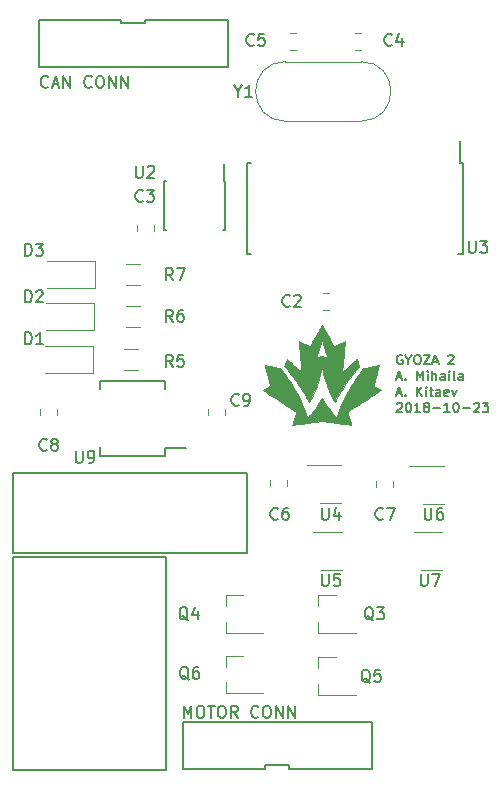
<source format=gto>
G04 #@! TF.GenerationSoftware,KiCad,Pcbnew,(5.0.0-3-g5ebb6b6)*
G04 #@! TF.CreationDate,2019-01-13T18:40:12-08:00*
G04 #@! TF.ProjectId,vent,76656E742E6B696361645F7063620000,rev?*
G04 #@! TF.SameCoordinates,Original*
G04 #@! TF.FileFunction,Legend,Top*
G04 #@! TF.FilePolarity,Positive*
%FSLAX46Y46*%
G04 Gerber Fmt 4.6, Leading zero omitted, Abs format (unit mm)*
G04 Created by KiCad (PCBNEW (5.0.0-3-g5ebb6b6)) date Sunday, January 13, 2019 at 06:40:12 PM*
%MOMM*%
%LPD*%
G01*
G04 APERTURE LIST*
%ADD10C,0.200000*%
%ADD11C,0.150000*%
%ADD12C,0.010000*%
%ADD13C,0.120000*%
G04 APERTURE END LIST*
D10*
X142986714Y-120848380D02*
X142986714Y-119848380D01*
X143320047Y-120562666D01*
X143653380Y-119848380D01*
X143653380Y-120848380D01*
X144320047Y-119848380D02*
X144510523Y-119848380D01*
X144605761Y-119896000D01*
X144701000Y-119991238D01*
X144748619Y-120181714D01*
X144748619Y-120515047D01*
X144701000Y-120705523D01*
X144605761Y-120800761D01*
X144510523Y-120848380D01*
X144320047Y-120848380D01*
X144224809Y-120800761D01*
X144129571Y-120705523D01*
X144081952Y-120515047D01*
X144081952Y-120181714D01*
X144129571Y-119991238D01*
X144224809Y-119896000D01*
X144320047Y-119848380D01*
X145034333Y-119848380D02*
X145605761Y-119848380D01*
X145320047Y-120848380D02*
X145320047Y-119848380D01*
X146129571Y-119848380D02*
X146320047Y-119848380D01*
X146415285Y-119896000D01*
X146510523Y-119991238D01*
X146558142Y-120181714D01*
X146558142Y-120515047D01*
X146510523Y-120705523D01*
X146415285Y-120800761D01*
X146320047Y-120848380D01*
X146129571Y-120848380D01*
X146034333Y-120800761D01*
X145939095Y-120705523D01*
X145891476Y-120515047D01*
X145891476Y-120181714D01*
X145939095Y-119991238D01*
X146034333Y-119896000D01*
X146129571Y-119848380D01*
X147558142Y-120848380D02*
X147224809Y-120372190D01*
X146986714Y-120848380D02*
X146986714Y-119848380D01*
X147367666Y-119848380D01*
X147462904Y-119896000D01*
X147510523Y-119943619D01*
X147558142Y-120038857D01*
X147558142Y-120181714D01*
X147510523Y-120276952D01*
X147462904Y-120324571D01*
X147367666Y-120372190D01*
X146986714Y-120372190D01*
X149320047Y-120753142D02*
X149272428Y-120800761D01*
X149129571Y-120848380D01*
X149034333Y-120848380D01*
X148891476Y-120800761D01*
X148796238Y-120705523D01*
X148748619Y-120610285D01*
X148701000Y-120419809D01*
X148701000Y-120276952D01*
X148748619Y-120086476D01*
X148796238Y-119991238D01*
X148891476Y-119896000D01*
X149034333Y-119848380D01*
X149129571Y-119848380D01*
X149272428Y-119896000D01*
X149320047Y-119943619D01*
X149939095Y-119848380D02*
X150129571Y-119848380D01*
X150224809Y-119896000D01*
X150320047Y-119991238D01*
X150367666Y-120181714D01*
X150367666Y-120515047D01*
X150320047Y-120705523D01*
X150224809Y-120800761D01*
X150129571Y-120848380D01*
X149939095Y-120848380D01*
X149843857Y-120800761D01*
X149748619Y-120705523D01*
X149701000Y-120515047D01*
X149701000Y-120181714D01*
X149748619Y-119991238D01*
X149843857Y-119896000D01*
X149939095Y-119848380D01*
X150796238Y-120848380D02*
X150796238Y-119848380D01*
X151367666Y-120848380D01*
X151367666Y-119848380D01*
X151843857Y-120848380D02*
X151843857Y-119848380D01*
X152415285Y-120848380D01*
X152415285Y-119848380D01*
D11*
X161489023Y-90158000D02*
X161412833Y-90119904D01*
X161298547Y-90119904D01*
X161184261Y-90158000D01*
X161108071Y-90234190D01*
X161069976Y-90310380D01*
X161031880Y-90462761D01*
X161031880Y-90577047D01*
X161069976Y-90729428D01*
X161108071Y-90805619D01*
X161184261Y-90881809D01*
X161298547Y-90919904D01*
X161374738Y-90919904D01*
X161489023Y-90881809D01*
X161527119Y-90843714D01*
X161527119Y-90577047D01*
X161374738Y-90577047D01*
X162022357Y-90538952D02*
X162022357Y-90919904D01*
X161755690Y-90119904D02*
X162022357Y-90538952D01*
X162289023Y-90119904D01*
X162708071Y-90119904D02*
X162860452Y-90119904D01*
X162936642Y-90158000D01*
X163012833Y-90234190D01*
X163050928Y-90386571D01*
X163050928Y-90653238D01*
X163012833Y-90805619D01*
X162936642Y-90881809D01*
X162860452Y-90919904D01*
X162708071Y-90919904D01*
X162631880Y-90881809D01*
X162555690Y-90805619D01*
X162517595Y-90653238D01*
X162517595Y-90386571D01*
X162555690Y-90234190D01*
X162631880Y-90158000D01*
X162708071Y-90119904D01*
X163317595Y-90119904D02*
X163850928Y-90119904D01*
X163317595Y-90919904D01*
X163850928Y-90919904D01*
X164117595Y-90691333D02*
X164498547Y-90691333D01*
X164041404Y-90919904D02*
X164308071Y-90119904D01*
X164574738Y-90919904D01*
X165412833Y-90196095D02*
X165450928Y-90158000D01*
X165527119Y-90119904D01*
X165717595Y-90119904D01*
X165793785Y-90158000D01*
X165831880Y-90196095D01*
X165869976Y-90272285D01*
X165869976Y-90348476D01*
X165831880Y-90462761D01*
X165374738Y-90919904D01*
X165869976Y-90919904D01*
X161031880Y-92041333D02*
X161412833Y-92041333D01*
X160955690Y-92269904D02*
X161222357Y-91469904D01*
X161489023Y-92269904D01*
X161755690Y-92193714D02*
X161793785Y-92231809D01*
X161755690Y-92269904D01*
X161717595Y-92231809D01*
X161755690Y-92193714D01*
X161755690Y-92269904D01*
X162746166Y-92269904D02*
X162746166Y-91469904D01*
X163012833Y-92041333D01*
X163279500Y-91469904D01*
X163279500Y-92269904D01*
X163660452Y-92269904D02*
X163660452Y-91736571D01*
X163660452Y-91469904D02*
X163622357Y-91508000D01*
X163660452Y-91546095D01*
X163698547Y-91508000D01*
X163660452Y-91469904D01*
X163660452Y-91546095D01*
X164041404Y-92269904D02*
X164041404Y-91469904D01*
X164384261Y-92269904D02*
X164384261Y-91850857D01*
X164346166Y-91774666D01*
X164269976Y-91736571D01*
X164155690Y-91736571D01*
X164079500Y-91774666D01*
X164041404Y-91812761D01*
X165108071Y-92269904D02*
X165108071Y-91850857D01*
X165069976Y-91774666D01*
X164993785Y-91736571D01*
X164841404Y-91736571D01*
X164765214Y-91774666D01*
X165108071Y-92231809D02*
X165031880Y-92269904D01*
X164841404Y-92269904D01*
X164765214Y-92231809D01*
X164727119Y-92155619D01*
X164727119Y-92079428D01*
X164765214Y-92003238D01*
X164841404Y-91965142D01*
X165031880Y-91965142D01*
X165108071Y-91927047D01*
X165489023Y-92269904D02*
X165489023Y-91736571D01*
X165489023Y-91469904D02*
X165450928Y-91508000D01*
X165489023Y-91546095D01*
X165527119Y-91508000D01*
X165489023Y-91469904D01*
X165489023Y-91546095D01*
X165984261Y-92269904D02*
X165908071Y-92231809D01*
X165869976Y-92155619D01*
X165869976Y-91469904D01*
X166631880Y-92269904D02*
X166631880Y-91850857D01*
X166593785Y-91774666D01*
X166517595Y-91736571D01*
X166365214Y-91736571D01*
X166289023Y-91774666D01*
X166631880Y-92231809D02*
X166555690Y-92269904D01*
X166365214Y-92269904D01*
X166289023Y-92231809D01*
X166250928Y-92155619D01*
X166250928Y-92079428D01*
X166289023Y-92003238D01*
X166365214Y-91965142D01*
X166555690Y-91965142D01*
X166631880Y-91927047D01*
X161031880Y-93391333D02*
X161412833Y-93391333D01*
X160955690Y-93619904D02*
X161222357Y-92819904D01*
X161489023Y-93619904D01*
X161755690Y-93543714D02*
X161793785Y-93581809D01*
X161755690Y-93619904D01*
X161717595Y-93581809D01*
X161755690Y-93543714D01*
X161755690Y-93619904D01*
X162746166Y-93619904D02*
X162746166Y-92819904D01*
X163203309Y-93619904D02*
X162860452Y-93162761D01*
X163203309Y-92819904D02*
X162746166Y-93277047D01*
X163546166Y-93619904D02*
X163546166Y-93086571D01*
X163546166Y-92819904D02*
X163508071Y-92858000D01*
X163546166Y-92896095D01*
X163584261Y-92858000D01*
X163546166Y-92819904D01*
X163546166Y-92896095D01*
X163812833Y-93086571D02*
X164117595Y-93086571D01*
X163927119Y-92819904D02*
X163927119Y-93505619D01*
X163965214Y-93581809D01*
X164041404Y-93619904D01*
X164117595Y-93619904D01*
X164727119Y-93619904D02*
X164727119Y-93200857D01*
X164689023Y-93124666D01*
X164612833Y-93086571D01*
X164460452Y-93086571D01*
X164384261Y-93124666D01*
X164727119Y-93581809D02*
X164650928Y-93619904D01*
X164460452Y-93619904D01*
X164384261Y-93581809D01*
X164346166Y-93505619D01*
X164346166Y-93429428D01*
X164384261Y-93353238D01*
X164460452Y-93315142D01*
X164650928Y-93315142D01*
X164727119Y-93277047D01*
X165412833Y-93581809D02*
X165336642Y-93619904D01*
X165184261Y-93619904D01*
X165108071Y-93581809D01*
X165069976Y-93505619D01*
X165069976Y-93200857D01*
X165108071Y-93124666D01*
X165184261Y-93086571D01*
X165336642Y-93086571D01*
X165412833Y-93124666D01*
X165450928Y-93200857D01*
X165450928Y-93277047D01*
X165069976Y-93353238D01*
X165717595Y-93086571D02*
X165908071Y-93619904D01*
X166098547Y-93086571D01*
X161031880Y-94246095D02*
X161069976Y-94208000D01*
X161146166Y-94169904D01*
X161336642Y-94169904D01*
X161412833Y-94208000D01*
X161450928Y-94246095D01*
X161489023Y-94322285D01*
X161489023Y-94398476D01*
X161450928Y-94512761D01*
X160993785Y-94969904D01*
X161489023Y-94969904D01*
X161984261Y-94169904D02*
X162060452Y-94169904D01*
X162136642Y-94208000D01*
X162174738Y-94246095D01*
X162212833Y-94322285D01*
X162250928Y-94474666D01*
X162250928Y-94665142D01*
X162212833Y-94817523D01*
X162174738Y-94893714D01*
X162136642Y-94931809D01*
X162060452Y-94969904D01*
X161984261Y-94969904D01*
X161908071Y-94931809D01*
X161869976Y-94893714D01*
X161831880Y-94817523D01*
X161793785Y-94665142D01*
X161793785Y-94474666D01*
X161831880Y-94322285D01*
X161869976Y-94246095D01*
X161908071Y-94208000D01*
X161984261Y-94169904D01*
X163012833Y-94969904D02*
X162555690Y-94969904D01*
X162784261Y-94969904D02*
X162784261Y-94169904D01*
X162708071Y-94284190D01*
X162631880Y-94360380D01*
X162555690Y-94398476D01*
X163469976Y-94512761D02*
X163393785Y-94474666D01*
X163355690Y-94436571D01*
X163317595Y-94360380D01*
X163317595Y-94322285D01*
X163355690Y-94246095D01*
X163393785Y-94208000D01*
X163469976Y-94169904D01*
X163622357Y-94169904D01*
X163698547Y-94208000D01*
X163736642Y-94246095D01*
X163774738Y-94322285D01*
X163774738Y-94360380D01*
X163736642Y-94436571D01*
X163698547Y-94474666D01*
X163622357Y-94512761D01*
X163469976Y-94512761D01*
X163393785Y-94550857D01*
X163355690Y-94588952D01*
X163317595Y-94665142D01*
X163317595Y-94817523D01*
X163355690Y-94893714D01*
X163393785Y-94931809D01*
X163469976Y-94969904D01*
X163622357Y-94969904D01*
X163698547Y-94931809D01*
X163736642Y-94893714D01*
X163774738Y-94817523D01*
X163774738Y-94665142D01*
X163736642Y-94588952D01*
X163698547Y-94550857D01*
X163622357Y-94512761D01*
X164117595Y-94665142D02*
X164727119Y-94665142D01*
X165527119Y-94969904D02*
X165069976Y-94969904D01*
X165298547Y-94969904D02*
X165298547Y-94169904D01*
X165222357Y-94284190D01*
X165146166Y-94360380D01*
X165069976Y-94398476D01*
X166022357Y-94169904D02*
X166098547Y-94169904D01*
X166174738Y-94208000D01*
X166212833Y-94246095D01*
X166250928Y-94322285D01*
X166289023Y-94474666D01*
X166289023Y-94665142D01*
X166250928Y-94817523D01*
X166212833Y-94893714D01*
X166174738Y-94931809D01*
X166098547Y-94969904D01*
X166022357Y-94969904D01*
X165946166Y-94931809D01*
X165908071Y-94893714D01*
X165869976Y-94817523D01*
X165831880Y-94665142D01*
X165831880Y-94474666D01*
X165869976Y-94322285D01*
X165908071Y-94246095D01*
X165946166Y-94208000D01*
X166022357Y-94169904D01*
X166631880Y-94665142D02*
X167241404Y-94665142D01*
X167584261Y-94246095D02*
X167622357Y-94208000D01*
X167698547Y-94169904D01*
X167889023Y-94169904D01*
X167965214Y-94208000D01*
X168003309Y-94246095D01*
X168041404Y-94322285D01*
X168041404Y-94398476D01*
X168003309Y-94512761D01*
X167546166Y-94969904D01*
X168041404Y-94969904D01*
X168308071Y-94169904D02*
X168803309Y-94169904D01*
X168536642Y-94474666D01*
X168650928Y-94474666D01*
X168727119Y-94512761D01*
X168765214Y-94550857D01*
X168803309Y-94627047D01*
X168803309Y-94817523D01*
X168765214Y-94893714D01*
X168727119Y-94931809D01*
X168650928Y-94969904D01*
X168422357Y-94969904D01*
X168346166Y-94931809D01*
X168308071Y-94893714D01*
D10*
X131524761Y-67413142D02*
X131477142Y-67460761D01*
X131334285Y-67508380D01*
X131239047Y-67508380D01*
X131096190Y-67460761D01*
X131000952Y-67365523D01*
X130953333Y-67270285D01*
X130905714Y-67079809D01*
X130905714Y-66936952D01*
X130953333Y-66746476D01*
X131000952Y-66651238D01*
X131096190Y-66556000D01*
X131239047Y-66508380D01*
X131334285Y-66508380D01*
X131477142Y-66556000D01*
X131524761Y-66603619D01*
X131905714Y-67222666D02*
X132381904Y-67222666D01*
X131810476Y-67508380D02*
X132143809Y-66508380D01*
X132477142Y-67508380D01*
X132810476Y-67508380D02*
X132810476Y-66508380D01*
X133381904Y-67508380D01*
X133381904Y-66508380D01*
X135191428Y-67413142D02*
X135143809Y-67460761D01*
X135000952Y-67508380D01*
X134905714Y-67508380D01*
X134762857Y-67460761D01*
X134667619Y-67365523D01*
X134620000Y-67270285D01*
X134572380Y-67079809D01*
X134572380Y-66936952D01*
X134620000Y-66746476D01*
X134667619Y-66651238D01*
X134762857Y-66556000D01*
X134905714Y-66508380D01*
X135000952Y-66508380D01*
X135143809Y-66556000D01*
X135191428Y-66603619D01*
X135810476Y-66508380D02*
X136000952Y-66508380D01*
X136096190Y-66556000D01*
X136191428Y-66651238D01*
X136239047Y-66841714D01*
X136239047Y-67175047D01*
X136191428Y-67365523D01*
X136096190Y-67460761D01*
X136000952Y-67508380D01*
X135810476Y-67508380D01*
X135715238Y-67460761D01*
X135620000Y-67365523D01*
X135572380Y-67175047D01*
X135572380Y-66841714D01*
X135620000Y-66651238D01*
X135715238Y-66556000D01*
X135810476Y-66508380D01*
X136667619Y-67508380D02*
X136667619Y-66508380D01*
X137239047Y-67508380D01*
X137239047Y-66508380D01*
X137715238Y-67508380D02*
X137715238Y-66508380D01*
X138286666Y-67508380D01*
X138286666Y-66508380D01*
D12*
G04 #@! TO.C,G\002A\002A\002A*
G36*
X154701828Y-87616810D02*
X154723031Y-87651138D01*
X154755466Y-87705988D01*
X154798034Y-87779430D01*
X154849634Y-87869537D01*
X154909166Y-87974380D01*
X154975530Y-88092029D01*
X155047626Y-88220556D01*
X155124352Y-88358033D01*
X155190894Y-88477787D01*
X155270738Y-88621733D01*
X155346795Y-88758789D01*
X155417965Y-88886976D01*
X155483147Y-89004311D01*
X155541238Y-89108816D01*
X155591138Y-89198509D01*
X155631745Y-89271410D01*
X155661959Y-89325539D01*
X155680678Y-89358916D01*
X155686667Y-89369394D01*
X155695114Y-89372201D01*
X155714819Y-89368900D01*
X155747826Y-89358702D01*
X155796180Y-89340817D01*
X155861923Y-89314456D01*
X155947102Y-89278831D01*
X156053760Y-89233152D01*
X156167565Y-89183770D01*
X156274458Y-89137519D01*
X156373265Y-89095396D01*
X156461109Y-89058580D01*
X156535113Y-89028250D01*
X156592398Y-89005585D01*
X156630086Y-88991763D01*
X156645301Y-88987964D01*
X156645399Y-88988034D01*
X156645360Y-89002846D01*
X156642790Y-89043416D01*
X156637859Y-89107798D01*
X156630742Y-89194044D01*
X156621610Y-89300209D01*
X156610635Y-89424346D01*
X156597990Y-89564509D01*
X156583848Y-89718751D01*
X156568380Y-89885127D01*
X156551760Y-90061690D01*
X156534159Y-90246493D01*
X156531212Y-90277226D01*
X156513441Y-90463115D01*
X156496564Y-90641027D01*
X156480758Y-90809020D01*
X156466198Y-90965154D01*
X156453063Y-91107488D01*
X156441528Y-91234082D01*
X156431769Y-91342995D01*
X156423965Y-91432285D01*
X156418291Y-91500013D01*
X156414923Y-91544238D01*
X156414040Y-91563019D01*
X156414145Y-91563538D01*
X156425303Y-91555621D01*
X156455375Y-91530773D01*
X156502513Y-91490605D01*
X156564867Y-91436726D01*
X156640591Y-91370745D01*
X156727835Y-91294272D01*
X156824751Y-91208918D01*
X156929490Y-91116291D01*
X157022122Y-91034079D01*
X157132216Y-90936387D01*
X157236199Y-90844446D01*
X157332200Y-90759890D01*
X157418348Y-90684352D01*
X157492769Y-90619465D01*
X157553594Y-90566861D01*
X157598949Y-90528174D01*
X157626964Y-90505035D01*
X157635706Y-90498809D01*
X157639955Y-90501925D01*
X157646484Y-90512816D01*
X157656198Y-90533795D01*
X157670002Y-90567177D01*
X157688801Y-90615276D01*
X157713501Y-90680404D01*
X157745006Y-90764877D01*
X157784222Y-90871007D01*
X157829506Y-90994166D01*
X157870853Y-91106784D01*
X157752252Y-91243604D01*
X157599232Y-91424611D01*
X157438733Y-91622790D01*
X157273007Y-91834920D01*
X157104306Y-92057782D01*
X156934879Y-92288156D01*
X156766979Y-92522821D01*
X156602857Y-92758558D01*
X156444764Y-92992146D01*
X156294952Y-93220366D01*
X156155672Y-93439997D01*
X156029174Y-93647819D01*
X155917711Y-93840613D01*
X155850384Y-93963873D01*
X155774801Y-94106245D01*
X155728889Y-94039515D01*
X155641367Y-93902790D01*
X155550677Y-93743444D01*
X155458999Y-93566174D01*
X155368514Y-93375674D01*
X155281404Y-93176642D01*
X155199849Y-92973774D01*
X155126031Y-92771765D01*
X155089615Y-92663028D01*
X155023949Y-92448960D01*
X154958222Y-92213794D01*
X154894089Y-91964211D01*
X154833209Y-91706896D01*
X154777237Y-91448531D01*
X154733692Y-91227394D01*
X154694258Y-91016527D01*
X154622607Y-91373531D01*
X154543426Y-91745304D01*
X154460014Y-92091580D01*
X154371620Y-92414476D01*
X154277494Y-92716112D01*
X154176885Y-92998606D01*
X154069043Y-93264077D01*
X153953218Y-93514644D01*
X153828660Y-93752427D01*
X153706537Y-93960377D01*
X153673287Y-94013208D01*
X153644863Y-94056711D01*
X153624714Y-94085711D01*
X153616892Y-94094978D01*
X153606561Y-94086278D01*
X153587331Y-94057679D01*
X153562473Y-94014318D01*
X153547925Y-93986697D01*
X153467030Y-93835968D01*
X153369782Y-93667122D01*
X153258158Y-93482990D01*
X153134132Y-93286403D01*
X152999681Y-93080194D01*
X152856781Y-92867193D01*
X152707408Y-92650232D01*
X152553538Y-92432144D01*
X152397147Y-92215758D01*
X152240211Y-92003908D01*
X152084706Y-91799425D01*
X151932608Y-91605139D01*
X151785893Y-91423884D01*
X151646537Y-91258489D01*
X151633666Y-91243604D01*
X151515065Y-91106784D01*
X151556412Y-90994166D01*
X151603808Y-90865271D01*
X151642631Y-90760236D01*
X151673783Y-90676748D01*
X151698169Y-90612495D01*
X151716693Y-90565164D01*
X151730259Y-90532443D01*
X151739771Y-90512020D01*
X151746133Y-90501582D01*
X151750064Y-90498809D01*
X151762244Y-90507801D01*
X151793327Y-90533689D01*
X151841439Y-90574841D01*
X151904710Y-90629626D01*
X151981267Y-90696411D01*
X152069239Y-90773565D01*
X152166755Y-90859455D01*
X152271942Y-90952451D01*
X152363802Y-91033924D01*
X152473727Y-91131381D01*
X152577373Y-91222924D01*
X152672892Y-91306945D01*
X152758436Y-91381835D01*
X152832156Y-91445983D01*
X152892204Y-91497780D01*
X152936732Y-91535618D01*
X152963890Y-91557887D01*
X152971928Y-91563383D01*
X152971449Y-91549018D01*
X152968459Y-91508887D01*
X152963133Y-91444932D01*
X152955650Y-91359093D01*
X152946186Y-91253309D01*
X152934917Y-91129522D01*
X152922021Y-90989672D01*
X152907675Y-90835699D01*
X152892054Y-90669543D01*
X152875337Y-90493146D01*
X152873177Y-90470517D01*
X154187239Y-90470517D01*
X154192325Y-90472002D01*
X154212776Y-90456940D01*
X154244335Y-90428527D01*
X154248419Y-90424611D01*
X154297655Y-90383626D01*
X154358836Y-90341615D01*
X154414603Y-90309857D01*
X154538824Y-90262687D01*
X154664922Y-90242548D01*
X154790146Y-90249020D01*
X154911743Y-90281685D01*
X155026961Y-90340125D01*
X155126904Y-90418106D01*
X155162523Y-90449838D01*
X155187807Y-90469248D01*
X155198583Y-90473247D01*
X155198361Y-90470973D01*
X155192993Y-90454234D01*
X155180093Y-90413302D01*
X155160407Y-90350562D01*
X155134681Y-90268396D01*
X155103659Y-90169191D01*
X155068088Y-90055328D01*
X155028713Y-89929193D01*
X154986280Y-89793169D01*
X154943759Y-89656781D01*
X154899294Y-89514200D01*
X154857315Y-89379742D01*
X154818546Y-89255722D01*
X154783713Y-89144456D01*
X154753542Y-89048256D01*
X154728760Y-88969438D01*
X154710091Y-88910316D01*
X154698262Y-88873205D01*
X154694008Y-88860424D01*
X154689539Y-88872775D01*
X154677530Y-88909420D01*
X154658703Y-88968072D01*
X154633782Y-89046444D01*
X154603489Y-89142248D01*
X154568548Y-89253199D01*
X154529682Y-89377009D01*
X154487614Y-89511391D01*
X154443166Y-89653739D01*
X154398402Y-89797217D01*
X154355981Y-89933064D01*
X154316647Y-90058901D01*
X154281146Y-90172353D01*
X154250223Y-90271042D01*
X154224622Y-90352590D01*
X154205087Y-90414621D01*
X154192365Y-90454757D01*
X154187239Y-90470517D01*
X152873177Y-90470517D01*
X152857700Y-90308447D01*
X152854706Y-90277226D01*
X152836963Y-90091262D01*
X152820175Y-89913220D01*
X152804514Y-89745045D01*
X152790152Y-89588685D01*
X152777262Y-89446086D01*
X152766016Y-89319195D01*
X152756586Y-89209958D01*
X152749144Y-89120322D01*
X152743862Y-89052233D01*
X152740913Y-89007639D01*
X152740469Y-88988484D01*
X152740646Y-88987907D01*
X152754971Y-88991256D01*
X152791875Y-89004663D01*
X152848472Y-89026948D01*
X152921875Y-89056932D01*
X153009197Y-89093435D01*
X153107550Y-89135277D01*
X153214048Y-89181278D01*
X153216249Y-89182236D01*
X153322771Y-89228540D01*
X153421011Y-89271138D01*
X153508105Y-89308797D01*
X153581192Y-89340284D01*
X153637410Y-89364366D01*
X153673897Y-89379809D01*
X153687790Y-89385382D01*
X153687818Y-89385384D01*
X153695169Y-89373521D01*
X153714919Y-89339206D01*
X153746004Y-89284344D01*
X153787354Y-89210843D01*
X153837904Y-89120612D01*
X153896586Y-89015557D01*
X153962333Y-88897586D01*
X154034079Y-88768607D01*
X154110755Y-88630526D01*
X154185822Y-88495132D01*
X154266297Y-88350212D01*
X154343063Y-88212622D01*
X154415032Y-88084271D01*
X154481116Y-87967072D01*
X154540226Y-87862933D01*
X154591275Y-87773764D01*
X154633174Y-87701476D01*
X154664835Y-87647978D01*
X154685169Y-87615182D01*
X154692959Y-87604933D01*
X154701828Y-87616810D01*
X154701828Y-87616810D01*
G37*
X154701828Y-87616810D02*
X154723031Y-87651138D01*
X154755466Y-87705988D01*
X154798034Y-87779430D01*
X154849634Y-87869537D01*
X154909166Y-87974380D01*
X154975530Y-88092029D01*
X155047626Y-88220556D01*
X155124352Y-88358033D01*
X155190894Y-88477787D01*
X155270738Y-88621733D01*
X155346795Y-88758789D01*
X155417965Y-88886976D01*
X155483147Y-89004311D01*
X155541238Y-89108816D01*
X155591138Y-89198509D01*
X155631745Y-89271410D01*
X155661959Y-89325539D01*
X155680678Y-89358916D01*
X155686667Y-89369394D01*
X155695114Y-89372201D01*
X155714819Y-89368900D01*
X155747826Y-89358702D01*
X155796180Y-89340817D01*
X155861923Y-89314456D01*
X155947102Y-89278831D01*
X156053760Y-89233152D01*
X156167565Y-89183770D01*
X156274458Y-89137519D01*
X156373265Y-89095396D01*
X156461109Y-89058580D01*
X156535113Y-89028250D01*
X156592398Y-89005585D01*
X156630086Y-88991763D01*
X156645301Y-88987964D01*
X156645399Y-88988034D01*
X156645360Y-89002846D01*
X156642790Y-89043416D01*
X156637859Y-89107798D01*
X156630742Y-89194044D01*
X156621610Y-89300209D01*
X156610635Y-89424346D01*
X156597990Y-89564509D01*
X156583848Y-89718751D01*
X156568380Y-89885127D01*
X156551760Y-90061690D01*
X156534159Y-90246493D01*
X156531212Y-90277226D01*
X156513441Y-90463115D01*
X156496564Y-90641027D01*
X156480758Y-90809020D01*
X156466198Y-90965154D01*
X156453063Y-91107488D01*
X156441528Y-91234082D01*
X156431769Y-91342995D01*
X156423965Y-91432285D01*
X156418291Y-91500013D01*
X156414923Y-91544238D01*
X156414040Y-91563019D01*
X156414145Y-91563538D01*
X156425303Y-91555621D01*
X156455375Y-91530773D01*
X156502513Y-91490605D01*
X156564867Y-91436726D01*
X156640591Y-91370745D01*
X156727835Y-91294272D01*
X156824751Y-91208918D01*
X156929490Y-91116291D01*
X157022122Y-91034079D01*
X157132216Y-90936387D01*
X157236199Y-90844446D01*
X157332200Y-90759890D01*
X157418348Y-90684352D01*
X157492769Y-90619465D01*
X157553594Y-90566861D01*
X157598949Y-90528174D01*
X157626964Y-90505035D01*
X157635706Y-90498809D01*
X157639955Y-90501925D01*
X157646484Y-90512816D01*
X157656198Y-90533795D01*
X157670002Y-90567177D01*
X157688801Y-90615276D01*
X157713501Y-90680404D01*
X157745006Y-90764877D01*
X157784222Y-90871007D01*
X157829506Y-90994166D01*
X157870853Y-91106784D01*
X157752252Y-91243604D01*
X157599232Y-91424611D01*
X157438733Y-91622790D01*
X157273007Y-91834920D01*
X157104306Y-92057782D01*
X156934879Y-92288156D01*
X156766979Y-92522821D01*
X156602857Y-92758558D01*
X156444764Y-92992146D01*
X156294952Y-93220366D01*
X156155672Y-93439997D01*
X156029174Y-93647819D01*
X155917711Y-93840613D01*
X155850384Y-93963873D01*
X155774801Y-94106245D01*
X155728889Y-94039515D01*
X155641367Y-93902790D01*
X155550677Y-93743444D01*
X155458999Y-93566174D01*
X155368514Y-93375674D01*
X155281404Y-93176642D01*
X155199849Y-92973774D01*
X155126031Y-92771765D01*
X155089615Y-92663028D01*
X155023949Y-92448960D01*
X154958222Y-92213794D01*
X154894089Y-91964211D01*
X154833209Y-91706896D01*
X154777237Y-91448531D01*
X154733692Y-91227394D01*
X154694258Y-91016527D01*
X154622607Y-91373531D01*
X154543426Y-91745304D01*
X154460014Y-92091580D01*
X154371620Y-92414476D01*
X154277494Y-92716112D01*
X154176885Y-92998606D01*
X154069043Y-93264077D01*
X153953218Y-93514644D01*
X153828660Y-93752427D01*
X153706537Y-93960377D01*
X153673287Y-94013208D01*
X153644863Y-94056711D01*
X153624714Y-94085711D01*
X153616892Y-94094978D01*
X153606561Y-94086278D01*
X153587331Y-94057679D01*
X153562473Y-94014318D01*
X153547925Y-93986697D01*
X153467030Y-93835968D01*
X153369782Y-93667122D01*
X153258158Y-93482990D01*
X153134132Y-93286403D01*
X152999681Y-93080194D01*
X152856781Y-92867193D01*
X152707408Y-92650232D01*
X152553538Y-92432144D01*
X152397147Y-92215758D01*
X152240211Y-92003908D01*
X152084706Y-91799425D01*
X151932608Y-91605139D01*
X151785893Y-91423884D01*
X151646537Y-91258489D01*
X151633666Y-91243604D01*
X151515065Y-91106784D01*
X151556412Y-90994166D01*
X151603808Y-90865271D01*
X151642631Y-90760236D01*
X151673783Y-90676748D01*
X151698169Y-90612495D01*
X151716693Y-90565164D01*
X151730259Y-90532443D01*
X151739771Y-90512020D01*
X151746133Y-90501582D01*
X151750064Y-90498809D01*
X151762244Y-90507801D01*
X151793327Y-90533689D01*
X151841439Y-90574841D01*
X151904710Y-90629626D01*
X151981267Y-90696411D01*
X152069239Y-90773565D01*
X152166755Y-90859455D01*
X152271942Y-90952451D01*
X152363802Y-91033924D01*
X152473727Y-91131381D01*
X152577373Y-91222924D01*
X152672892Y-91306945D01*
X152758436Y-91381835D01*
X152832156Y-91445983D01*
X152892204Y-91497780D01*
X152936732Y-91535618D01*
X152963890Y-91557887D01*
X152971928Y-91563383D01*
X152971449Y-91549018D01*
X152968459Y-91508887D01*
X152963133Y-91444932D01*
X152955650Y-91359093D01*
X152946186Y-91253309D01*
X152934917Y-91129522D01*
X152922021Y-90989672D01*
X152907675Y-90835699D01*
X152892054Y-90669543D01*
X152875337Y-90493146D01*
X152873177Y-90470517D01*
X154187239Y-90470517D01*
X154192325Y-90472002D01*
X154212776Y-90456940D01*
X154244335Y-90428527D01*
X154248419Y-90424611D01*
X154297655Y-90383626D01*
X154358836Y-90341615D01*
X154414603Y-90309857D01*
X154538824Y-90262687D01*
X154664922Y-90242548D01*
X154790146Y-90249020D01*
X154911743Y-90281685D01*
X155026961Y-90340125D01*
X155126904Y-90418106D01*
X155162523Y-90449838D01*
X155187807Y-90469248D01*
X155198583Y-90473247D01*
X155198361Y-90470973D01*
X155192993Y-90454234D01*
X155180093Y-90413302D01*
X155160407Y-90350562D01*
X155134681Y-90268396D01*
X155103659Y-90169191D01*
X155068088Y-90055328D01*
X155028713Y-89929193D01*
X154986280Y-89793169D01*
X154943759Y-89656781D01*
X154899294Y-89514200D01*
X154857315Y-89379742D01*
X154818546Y-89255722D01*
X154783713Y-89144456D01*
X154753542Y-89048256D01*
X154728760Y-88969438D01*
X154710091Y-88910316D01*
X154698262Y-88873205D01*
X154694008Y-88860424D01*
X154689539Y-88872775D01*
X154677530Y-88909420D01*
X154658703Y-88968072D01*
X154633782Y-89046444D01*
X154603489Y-89142248D01*
X154568548Y-89253199D01*
X154529682Y-89377009D01*
X154487614Y-89511391D01*
X154443166Y-89653739D01*
X154398402Y-89797217D01*
X154355981Y-89933064D01*
X154316647Y-90058901D01*
X154281146Y-90172353D01*
X154250223Y-90271042D01*
X154224622Y-90352590D01*
X154205087Y-90414621D01*
X154192365Y-90454757D01*
X154187239Y-90470517D01*
X152873177Y-90470517D01*
X152857700Y-90308447D01*
X152854706Y-90277226D01*
X152836963Y-90091262D01*
X152820175Y-89913220D01*
X152804514Y-89745045D01*
X152790152Y-89588685D01*
X152777262Y-89446086D01*
X152766016Y-89319195D01*
X152756586Y-89209958D01*
X152749144Y-89120322D01*
X152743862Y-89052233D01*
X152740913Y-89007639D01*
X152740469Y-88988484D01*
X152740646Y-88987907D01*
X152754971Y-88991256D01*
X152791875Y-89004663D01*
X152848472Y-89026948D01*
X152921875Y-89056932D01*
X153009197Y-89093435D01*
X153107550Y-89135277D01*
X153214048Y-89181278D01*
X153216249Y-89182236D01*
X153322771Y-89228540D01*
X153421011Y-89271138D01*
X153508105Y-89308797D01*
X153581192Y-89340284D01*
X153637410Y-89364366D01*
X153673897Y-89379809D01*
X153687790Y-89385382D01*
X153687818Y-89385384D01*
X153695169Y-89373521D01*
X153714919Y-89339206D01*
X153746004Y-89284344D01*
X153787354Y-89210843D01*
X153837904Y-89120612D01*
X153896586Y-89015557D01*
X153962333Y-88897586D01*
X154034079Y-88768607D01*
X154110755Y-88630526D01*
X154185822Y-88495132D01*
X154266297Y-88350212D01*
X154343063Y-88212622D01*
X154415032Y-88084271D01*
X154481116Y-87967072D01*
X154540226Y-87862933D01*
X154591275Y-87773764D01*
X154633174Y-87701476D01*
X154664835Y-87647978D01*
X154685169Y-87615182D01*
X154692959Y-87604933D01*
X154701828Y-87616810D01*
G36*
X149887393Y-91008939D02*
X149926066Y-91015799D01*
X149986704Y-91027060D01*
X150066638Y-91042210D01*
X150163198Y-91060742D01*
X150273717Y-91082144D01*
X150395524Y-91105909D01*
X150525951Y-91131526D01*
X150528188Y-91131967D01*
X150689354Y-91163947D01*
X150824950Y-91191363D01*
X150936792Y-91214630D01*
X151026695Y-91234159D01*
X151096478Y-91250365D01*
X151147956Y-91263660D01*
X151182947Y-91274457D01*
X151203265Y-91283169D01*
X151208204Y-91286608D01*
X151233147Y-91313453D01*
X151271452Y-91360311D01*
X151320893Y-91424132D01*
X151379247Y-91501866D01*
X151444288Y-91590463D01*
X151513792Y-91686874D01*
X151585533Y-91788048D01*
X151657288Y-91890937D01*
X151726830Y-91992490D01*
X151770546Y-92057467D01*
X151977083Y-92375668D01*
X152179437Y-92704552D01*
X152375308Y-93039858D01*
X152562397Y-93377325D01*
X152738403Y-93712694D01*
X152901026Y-94041703D01*
X153047968Y-94360092D01*
X153175563Y-94660233D01*
X153207732Y-94742260D01*
X153242699Y-94835875D01*
X153278821Y-94936236D01*
X153314460Y-95038498D01*
X153347973Y-95137817D01*
X153377720Y-95229352D01*
X153402060Y-95308258D01*
X153419352Y-95369691D01*
X153426777Y-95401744D01*
X153435293Y-95435030D01*
X153444240Y-95452689D01*
X153446153Y-95453548D01*
X153459508Y-95443468D01*
X153488144Y-95415284D01*
X153529291Y-95372081D01*
X153580176Y-95316946D01*
X153638031Y-95252962D01*
X153700084Y-95183216D01*
X153763564Y-95110793D01*
X153825702Y-95038778D01*
X153883727Y-94970256D01*
X153926098Y-94919079D01*
X154055862Y-94755280D01*
X154175359Y-94593245D01*
X154288834Y-94426624D01*
X154400535Y-94249069D01*
X154514707Y-94054229D01*
X154567623Y-93959942D01*
X154607026Y-93890513D01*
X154642331Y-93831332D01*
X154671240Y-93786010D01*
X154691455Y-93758158D01*
X154700518Y-93751175D01*
X154711052Y-93767292D01*
X154731685Y-93802695D01*
X154759410Y-93852112D01*
X154790356Y-93908672D01*
X154944177Y-94180432D01*
X155100493Y-94430619D01*
X155263420Y-94665450D01*
X155437074Y-94891139D01*
X155458674Y-94917713D01*
X155511561Y-94981421D01*
X155570768Y-95051080D01*
X155633533Y-95123611D01*
X155697090Y-95195936D01*
X155758678Y-95264977D01*
X155815532Y-95327657D01*
X155864889Y-95380896D01*
X155903984Y-95421618D01*
X155930055Y-95446743D01*
X155939765Y-95453548D01*
X155948257Y-95441361D01*
X155957219Y-95411137D01*
X155959141Y-95401744D01*
X155969971Y-95356851D01*
X155989097Y-95290800D01*
X156014879Y-95208434D01*
X156045676Y-95114597D01*
X156079847Y-95014133D01*
X156115751Y-94911886D01*
X156151746Y-94812697D01*
X156186193Y-94721412D01*
X156210355Y-94660233D01*
X156336984Y-94362402D01*
X156481317Y-94049521D01*
X156641035Y-93725883D01*
X156813823Y-93395779D01*
X156997365Y-93063501D01*
X157189344Y-92733342D01*
X157387444Y-92409592D01*
X157589349Y-92096543D01*
X157613990Y-92059501D01*
X157680755Y-91960644D01*
X157751222Y-91858388D01*
X157823169Y-91755778D01*
X157894376Y-91655859D01*
X157962624Y-91561678D01*
X158025690Y-91476278D01*
X158081356Y-91402707D01*
X158127400Y-91344008D01*
X158161603Y-91303228D01*
X158177106Y-91287158D01*
X158191812Y-91279221D01*
X158221581Y-91269132D01*
X158268113Y-91256504D01*
X158333103Y-91240953D01*
X158418248Y-91222094D01*
X158525247Y-91199541D01*
X158655795Y-91172909D01*
X158811590Y-91141813D01*
X158857122Y-91132816D01*
X158987732Y-91107127D01*
X159109767Y-91083273D01*
X159220562Y-91061763D01*
X159317447Y-91043110D01*
X159397755Y-91027824D01*
X159458818Y-91016415D01*
X159497970Y-91009395D01*
X159512541Y-91007274D01*
X159512563Y-91007286D01*
X159509741Y-91020686D01*
X159500714Y-91058291D01*
X159486183Y-91117342D01*
X159466847Y-91195077D01*
X159443407Y-91288738D01*
X159416564Y-91395563D01*
X159387017Y-91512794D01*
X159355466Y-91637668D01*
X159322613Y-91767427D01*
X159289157Y-91899310D01*
X159255798Y-92030557D01*
X159223237Y-92158407D01*
X159192174Y-92280102D01*
X159163310Y-92392880D01*
X159137344Y-92493981D01*
X159114976Y-92580645D01*
X159096908Y-92650113D01*
X159083839Y-92699623D01*
X159076469Y-92726416D01*
X159076151Y-92727481D01*
X159079530Y-92738082D01*
X159096135Y-92754195D01*
X159128117Y-92777232D01*
X159177630Y-92808607D01*
X159246826Y-92849732D01*
X159337858Y-92902021D01*
X159368930Y-92919633D01*
X159451389Y-92966680D01*
X159525168Y-93009570D01*
X159586988Y-93046331D01*
X159633572Y-93074994D01*
X159661641Y-93093588D01*
X159668575Y-93099799D01*
X159657149Y-93108622D01*
X159623818Y-93131694D01*
X159570005Y-93168075D01*
X159497133Y-93216826D01*
X159406623Y-93277007D01*
X159299899Y-93347680D01*
X159178383Y-93427904D01*
X159043497Y-93516740D01*
X158896663Y-93613249D01*
X158739305Y-93716492D01*
X158572845Y-93825528D01*
X158398704Y-93939419D01*
X158263038Y-94028030D01*
X158084018Y-94145004D01*
X157911600Y-94257882D01*
X157747210Y-94365720D01*
X157592271Y-94467575D01*
X157448205Y-94562504D01*
X157316436Y-94649564D01*
X157198387Y-94727813D01*
X157095481Y-94796307D01*
X157009143Y-94854102D01*
X156940795Y-94900257D01*
X156891860Y-94933828D01*
X156863762Y-94953872D01*
X156857218Y-94959466D01*
X156861233Y-94975370D01*
X156872810Y-95014896D01*
X156891054Y-95075145D01*
X156915073Y-95153218D01*
X156943973Y-95246218D01*
X156976860Y-95351245D01*
X157012841Y-95465400D01*
X157025797Y-95506334D01*
X157062373Y-95622683D01*
X157095781Y-95730715D01*
X157125176Y-95827568D01*
X157149716Y-95910382D01*
X157168557Y-95976297D01*
X157180856Y-96022452D01*
X157185770Y-96045987D01*
X157185579Y-96048362D01*
X157170731Y-96048074D01*
X157130222Y-96044633D01*
X157066023Y-96038262D01*
X156980104Y-96029180D01*
X156874433Y-96017609D01*
X156750982Y-96003769D01*
X156611721Y-95987882D01*
X156458618Y-95970167D01*
X156293645Y-95950847D01*
X156118771Y-95930142D01*
X155935966Y-95908273D01*
X155934729Y-95908124D01*
X154692959Y-95758808D01*
X153476636Y-95905411D01*
X153295041Y-95927254D01*
X153120917Y-95948114D01*
X152956308Y-95967748D01*
X152803255Y-95985919D01*
X152663803Y-96002387D01*
X152539994Y-96016911D01*
X152433870Y-96029251D01*
X152347476Y-96039169D01*
X152282854Y-96046423D01*
X152242047Y-96050775D01*
X152227512Y-96052014D01*
X152202314Y-96047837D01*
X152194712Y-96040463D01*
X152198788Y-96025076D01*
X152210416Y-95986068D01*
X152228696Y-95926338D01*
X152252727Y-95848788D01*
X152281611Y-95756316D01*
X152314446Y-95651824D01*
X152350334Y-95538210D01*
X152361726Y-95502261D01*
X152398385Y-95386287D01*
X152432257Y-95278408D01*
X152462441Y-95181546D01*
X152488035Y-95098627D01*
X152508139Y-95032575D01*
X152521851Y-94986316D01*
X152528270Y-94962773D01*
X152528639Y-94960579D01*
X152517197Y-94951202D01*
X152483846Y-94927590D01*
X152430007Y-94890688D01*
X152357106Y-94841439D01*
X152266565Y-94780787D01*
X152159806Y-94709679D01*
X152038253Y-94629056D01*
X151903329Y-94539865D01*
X151756457Y-94443049D01*
X151599060Y-94339552D01*
X151432562Y-94230319D01*
X151258384Y-94116295D01*
X151122941Y-94027790D01*
X150943949Y-93910835D01*
X150771562Y-93798031D01*
X150607203Y-93690315D01*
X150452295Y-93588627D01*
X150308259Y-93493907D01*
X150176517Y-93407094D01*
X150058492Y-93329127D01*
X149955606Y-93260944D01*
X149869282Y-93203487D01*
X149800941Y-93157692D01*
X149752006Y-93124501D01*
X149723899Y-93104852D01*
X149717343Y-93099559D01*
X149728951Y-93090112D01*
X149761593Y-93069074D01*
X149811989Y-93038414D01*
X149876863Y-93000099D01*
X149952936Y-92956097D01*
X150016988Y-92919633D01*
X150114815Y-92863812D01*
X150190177Y-92819567D01*
X150245226Y-92785486D01*
X150282114Y-92760155D01*
X150302994Y-92742163D01*
X150310020Y-92730095D01*
X150309767Y-92727481D01*
X150302832Y-92702447D01*
X150290147Y-92654491D01*
X150272413Y-92586374D01*
X150250330Y-92500855D01*
X150224598Y-92400697D01*
X150195918Y-92288658D01*
X150164989Y-92167500D01*
X150132512Y-92039983D01*
X150099186Y-91908868D01*
X150065713Y-91776914D01*
X150032792Y-91646882D01*
X150001124Y-91521534D01*
X149971409Y-91403628D01*
X149944346Y-91295926D01*
X149920637Y-91201188D01*
X149900981Y-91122175D01*
X149886079Y-91061647D01*
X149876630Y-91022364D01*
X149873335Y-91007087D01*
X149873354Y-91006987D01*
X149887393Y-91008939D01*
X149887393Y-91008939D01*
G37*
X149887393Y-91008939D02*
X149926066Y-91015799D01*
X149986704Y-91027060D01*
X150066638Y-91042210D01*
X150163198Y-91060742D01*
X150273717Y-91082144D01*
X150395524Y-91105909D01*
X150525951Y-91131526D01*
X150528188Y-91131967D01*
X150689354Y-91163947D01*
X150824950Y-91191363D01*
X150936792Y-91214630D01*
X151026695Y-91234159D01*
X151096478Y-91250365D01*
X151147956Y-91263660D01*
X151182947Y-91274457D01*
X151203265Y-91283169D01*
X151208204Y-91286608D01*
X151233147Y-91313453D01*
X151271452Y-91360311D01*
X151320893Y-91424132D01*
X151379247Y-91501866D01*
X151444288Y-91590463D01*
X151513792Y-91686874D01*
X151585533Y-91788048D01*
X151657288Y-91890937D01*
X151726830Y-91992490D01*
X151770546Y-92057467D01*
X151977083Y-92375668D01*
X152179437Y-92704552D01*
X152375308Y-93039858D01*
X152562397Y-93377325D01*
X152738403Y-93712694D01*
X152901026Y-94041703D01*
X153047968Y-94360092D01*
X153175563Y-94660233D01*
X153207732Y-94742260D01*
X153242699Y-94835875D01*
X153278821Y-94936236D01*
X153314460Y-95038498D01*
X153347973Y-95137817D01*
X153377720Y-95229352D01*
X153402060Y-95308258D01*
X153419352Y-95369691D01*
X153426777Y-95401744D01*
X153435293Y-95435030D01*
X153444240Y-95452689D01*
X153446153Y-95453548D01*
X153459508Y-95443468D01*
X153488144Y-95415284D01*
X153529291Y-95372081D01*
X153580176Y-95316946D01*
X153638031Y-95252962D01*
X153700084Y-95183216D01*
X153763564Y-95110793D01*
X153825702Y-95038778D01*
X153883727Y-94970256D01*
X153926098Y-94919079D01*
X154055862Y-94755280D01*
X154175359Y-94593245D01*
X154288834Y-94426624D01*
X154400535Y-94249069D01*
X154514707Y-94054229D01*
X154567623Y-93959942D01*
X154607026Y-93890513D01*
X154642331Y-93831332D01*
X154671240Y-93786010D01*
X154691455Y-93758158D01*
X154700518Y-93751175D01*
X154711052Y-93767292D01*
X154731685Y-93802695D01*
X154759410Y-93852112D01*
X154790356Y-93908672D01*
X154944177Y-94180432D01*
X155100493Y-94430619D01*
X155263420Y-94665450D01*
X155437074Y-94891139D01*
X155458674Y-94917713D01*
X155511561Y-94981421D01*
X155570768Y-95051080D01*
X155633533Y-95123611D01*
X155697090Y-95195936D01*
X155758678Y-95264977D01*
X155815532Y-95327657D01*
X155864889Y-95380896D01*
X155903984Y-95421618D01*
X155930055Y-95446743D01*
X155939765Y-95453548D01*
X155948257Y-95441361D01*
X155957219Y-95411137D01*
X155959141Y-95401744D01*
X155969971Y-95356851D01*
X155989097Y-95290800D01*
X156014879Y-95208434D01*
X156045676Y-95114597D01*
X156079847Y-95014133D01*
X156115751Y-94911886D01*
X156151746Y-94812697D01*
X156186193Y-94721412D01*
X156210355Y-94660233D01*
X156336984Y-94362402D01*
X156481317Y-94049521D01*
X156641035Y-93725883D01*
X156813823Y-93395779D01*
X156997365Y-93063501D01*
X157189344Y-92733342D01*
X157387444Y-92409592D01*
X157589349Y-92096543D01*
X157613990Y-92059501D01*
X157680755Y-91960644D01*
X157751222Y-91858388D01*
X157823169Y-91755778D01*
X157894376Y-91655859D01*
X157962624Y-91561678D01*
X158025690Y-91476278D01*
X158081356Y-91402707D01*
X158127400Y-91344008D01*
X158161603Y-91303228D01*
X158177106Y-91287158D01*
X158191812Y-91279221D01*
X158221581Y-91269132D01*
X158268113Y-91256504D01*
X158333103Y-91240953D01*
X158418248Y-91222094D01*
X158525247Y-91199541D01*
X158655795Y-91172909D01*
X158811590Y-91141813D01*
X158857122Y-91132816D01*
X158987732Y-91107127D01*
X159109767Y-91083273D01*
X159220562Y-91061763D01*
X159317447Y-91043110D01*
X159397755Y-91027824D01*
X159458818Y-91016415D01*
X159497970Y-91009395D01*
X159512541Y-91007274D01*
X159512563Y-91007286D01*
X159509741Y-91020686D01*
X159500714Y-91058291D01*
X159486183Y-91117342D01*
X159466847Y-91195077D01*
X159443407Y-91288738D01*
X159416564Y-91395563D01*
X159387017Y-91512794D01*
X159355466Y-91637668D01*
X159322613Y-91767427D01*
X159289157Y-91899310D01*
X159255798Y-92030557D01*
X159223237Y-92158407D01*
X159192174Y-92280102D01*
X159163310Y-92392880D01*
X159137344Y-92493981D01*
X159114976Y-92580645D01*
X159096908Y-92650113D01*
X159083839Y-92699623D01*
X159076469Y-92726416D01*
X159076151Y-92727481D01*
X159079530Y-92738082D01*
X159096135Y-92754195D01*
X159128117Y-92777232D01*
X159177630Y-92808607D01*
X159246826Y-92849732D01*
X159337858Y-92902021D01*
X159368930Y-92919633D01*
X159451389Y-92966680D01*
X159525168Y-93009570D01*
X159586988Y-93046331D01*
X159633572Y-93074994D01*
X159661641Y-93093588D01*
X159668575Y-93099799D01*
X159657149Y-93108622D01*
X159623818Y-93131694D01*
X159570005Y-93168075D01*
X159497133Y-93216826D01*
X159406623Y-93277007D01*
X159299899Y-93347680D01*
X159178383Y-93427904D01*
X159043497Y-93516740D01*
X158896663Y-93613249D01*
X158739305Y-93716492D01*
X158572845Y-93825528D01*
X158398704Y-93939419D01*
X158263038Y-94028030D01*
X158084018Y-94145004D01*
X157911600Y-94257882D01*
X157747210Y-94365720D01*
X157592271Y-94467575D01*
X157448205Y-94562504D01*
X157316436Y-94649564D01*
X157198387Y-94727813D01*
X157095481Y-94796307D01*
X157009143Y-94854102D01*
X156940795Y-94900257D01*
X156891860Y-94933828D01*
X156863762Y-94953872D01*
X156857218Y-94959466D01*
X156861233Y-94975370D01*
X156872810Y-95014896D01*
X156891054Y-95075145D01*
X156915073Y-95153218D01*
X156943973Y-95246218D01*
X156976860Y-95351245D01*
X157012841Y-95465400D01*
X157025797Y-95506334D01*
X157062373Y-95622683D01*
X157095781Y-95730715D01*
X157125176Y-95827568D01*
X157149716Y-95910382D01*
X157168557Y-95976297D01*
X157180856Y-96022452D01*
X157185770Y-96045987D01*
X157185579Y-96048362D01*
X157170731Y-96048074D01*
X157130222Y-96044633D01*
X157066023Y-96038262D01*
X156980104Y-96029180D01*
X156874433Y-96017609D01*
X156750982Y-96003769D01*
X156611721Y-95987882D01*
X156458618Y-95970167D01*
X156293645Y-95950847D01*
X156118771Y-95930142D01*
X155935966Y-95908273D01*
X155934729Y-95908124D01*
X154692959Y-95758808D01*
X153476636Y-95905411D01*
X153295041Y-95927254D01*
X153120917Y-95948114D01*
X152956308Y-95967748D01*
X152803255Y-95985919D01*
X152663803Y-96002387D01*
X152539994Y-96016911D01*
X152433870Y-96029251D01*
X152347476Y-96039169D01*
X152282854Y-96046423D01*
X152242047Y-96050775D01*
X152227512Y-96052014D01*
X152202314Y-96047837D01*
X152194712Y-96040463D01*
X152198788Y-96025076D01*
X152210416Y-95986068D01*
X152228696Y-95926338D01*
X152252727Y-95848788D01*
X152281611Y-95756316D01*
X152314446Y-95651824D01*
X152350334Y-95538210D01*
X152361726Y-95502261D01*
X152398385Y-95386287D01*
X152432257Y-95278408D01*
X152462441Y-95181546D01*
X152488035Y-95098627D01*
X152508139Y-95032575D01*
X152521851Y-94986316D01*
X152528270Y-94962773D01*
X152528639Y-94960579D01*
X152517197Y-94951202D01*
X152483846Y-94927590D01*
X152430007Y-94890688D01*
X152357106Y-94841439D01*
X152266565Y-94780787D01*
X152159806Y-94709679D01*
X152038253Y-94629056D01*
X151903329Y-94539865D01*
X151756457Y-94443049D01*
X151599060Y-94339552D01*
X151432562Y-94230319D01*
X151258384Y-94116295D01*
X151122941Y-94027790D01*
X150943949Y-93910835D01*
X150771562Y-93798031D01*
X150607203Y-93690315D01*
X150452295Y-93588627D01*
X150308259Y-93493907D01*
X150176517Y-93407094D01*
X150058492Y-93329127D01*
X149955606Y-93260944D01*
X149869282Y-93203487D01*
X149800941Y-93157692D01*
X149752006Y-93124501D01*
X149723899Y-93104852D01*
X149717343Y-93099559D01*
X149728951Y-93090112D01*
X149761593Y-93069074D01*
X149811989Y-93038414D01*
X149876863Y-93000099D01*
X149952936Y-92956097D01*
X150016988Y-92919633D01*
X150114815Y-92863812D01*
X150190177Y-92819567D01*
X150245226Y-92785486D01*
X150282114Y-92760155D01*
X150302994Y-92742163D01*
X150310020Y-92730095D01*
X150309767Y-92727481D01*
X150302832Y-92702447D01*
X150290147Y-92654491D01*
X150272413Y-92586374D01*
X150250330Y-92500855D01*
X150224598Y-92400697D01*
X150195918Y-92288658D01*
X150164989Y-92167500D01*
X150132512Y-92039983D01*
X150099186Y-91908868D01*
X150065713Y-91776914D01*
X150032792Y-91646882D01*
X150001124Y-91521534D01*
X149971409Y-91403628D01*
X149944346Y-91295926D01*
X149920637Y-91201188D01*
X149900981Y-91122175D01*
X149886079Y-91061647D01*
X149876630Y-91022364D01*
X149873335Y-91007087D01*
X149873354Y-91006987D01*
X149887393Y-91008939D01*
D11*
G04 #@! TO.C,U3*
X166355000Y-73849000D02*
X166355000Y-72024000D01*
X148355000Y-73849000D02*
X148355000Y-81599000D01*
X166605000Y-73849000D02*
X166605000Y-81599000D01*
X148355000Y-73849000D02*
X148700000Y-73849000D01*
X148355000Y-81599000D02*
X148700000Y-81599000D01*
X166605000Y-81599000D02*
X166260000Y-81599000D01*
X166605000Y-73849000D02*
X166355000Y-73849000D01*
D13*
G04 #@! TO.C,C2*
X154796748Y-86308000D02*
X155319252Y-86308000D01*
X154796748Y-84888000D02*
X155319252Y-84888000D01*
G04 #@! TO.C,C3*
X139040800Y-79627252D02*
X139040800Y-79104748D01*
X140460800Y-79627252D02*
X140460800Y-79104748D01*
G04 #@! TO.C,C4*
X158004252Y-62917000D02*
X157481748Y-62917000D01*
X158004252Y-64337000D02*
X157481748Y-64337000D01*
G04 #@! TO.C,C5*
X152002748Y-62917000D02*
X152525252Y-62917000D01*
X152002748Y-64337000D02*
X152525252Y-64337000D01*
G04 #@! TO.C,C6*
X150293000Y-100712748D02*
X150293000Y-101235252D01*
X151713000Y-100712748D02*
X151713000Y-101235252D01*
G04 #@! TO.C,C7*
X160730000Y-100821748D02*
X160730000Y-101344252D01*
X159310000Y-100821748D02*
X159310000Y-101344252D01*
G04 #@! TO.C,C8*
X132282000Y-95248252D02*
X132282000Y-94725748D01*
X130862000Y-95248252D02*
X130862000Y-94725748D01*
G04 #@! TO.C,C9*
X145068000Y-95248252D02*
X145068000Y-94725748D01*
X146488000Y-95248252D02*
X146488000Y-94725748D01*
G04 #@! TO.C,Y1*
X158011400Y-70343000D02*
X151611400Y-70343000D01*
X158011400Y-65293000D02*
X151611400Y-65293000D01*
X158011400Y-65293000D02*
G75*
G02X158011400Y-70343000I0J-2525000D01*
G01*
X151611400Y-65293000D02*
G75*
G03X151611400Y-70343000I0J-2525000D01*
G01*
D11*
G04 #@! TO.C,U9*
X141434000Y-98054000D02*
X143184000Y-98054000D01*
X141434000Y-92299000D02*
X135934000Y-92299000D01*
X141434000Y-98709000D02*
X135934000Y-98709000D01*
X141434000Y-92299000D02*
X141434000Y-93049000D01*
X135934000Y-92299000D02*
X135934000Y-93049000D01*
X135934000Y-98709000D02*
X135934000Y-97959000D01*
X141434000Y-98709000D02*
X141434000Y-98054000D01*
G04 #@! TO.C,U2*
X146416000Y-75395000D02*
X146416000Y-73995000D01*
X141316000Y-75395000D02*
X141316000Y-79545000D01*
X146466000Y-75395000D02*
X146466000Y-79545000D01*
X141316000Y-75395000D02*
X141461000Y-75395000D01*
X141316000Y-79545000D02*
X141461000Y-79545000D01*
X146466000Y-79545000D02*
X146321000Y-79545000D01*
X146466000Y-75395000D02*
X146416000Y-75395000D01*
D13*
G04 #@! TO.C,D1*
X131289192Y-91684229D02*
X135349192Y-91684229D01*
X135349192Y-91684229D02*
X135349192Y-89414229D01*
X135349192Y-89414229D02*
X131289192Y-89414229D01*
G04 #@! TO.C,D2*
X135422192Y-85731229D02*
X131362192Y-85731229D01*
X135422192Y-88001229D02*
X135422192Y-85731229D01*
X131362192Y-88001229D02*
X135422192Y-88001229D01*
G04 #@! TO.C,D3*
X131416192Y-84445229D02*
X135476192Y-84445229D01*
X135476192Y-84445229D02*
X135476192Y-82175229D01*
X135476192Y-82175229D02*
X131416192Y-82175229D01*
G04 #@! TO.C,U5*
X156395000Y-105136000D02*
X153945000Y-105136000D01*
X154595000Y-108356000D02*
X156395000Y-108356000D01*
G04 #@! TO.C,U7*
X163104000Y-108356000D02*
X164904000Y-108356000D01*
X164904000Y-105136000D02*
X162454000Y-105136000D01*
G04 #@! TO.C,Q3*
X154398113Y-110500000D02*
X155858113Y-110500000D01*
X154398113Y-113660000D02*
X157558113Y-113660000D01*
X154398113Y-113660000D02*
X154398113Y-112730000D01*
X154398113Y-110500000D02*
X154398113Y-111430000D01*
G04 #@! TO.C,Q4*
X146584000Y-110500000D02*
X146584000Y-111430000D01*
X146584000Y-113660000D02*
X146584000Y-112730000D01*
X146584000Y-113660000D02*
X149744000Y-113660000D01*
X146584000Y-110500000D02*
X148044000Y-110500000D01*
G04 #@! TO.C,Q5*
X154398113Y-115747906D02*
X155858113Y-115747906D01*
X154398113Y-118907906D02*
X157558113Y-118907906D01*
X154398113Y-118907906D02*
X154398113Y-117977906D01*
X154398113Y-115747906D02*
X154398113Y-116677906D01*
G04 #@! TO.C,Q6*
X146574838Y-115612793D02*
X146574838Y-116542793D01*
X146574838Y-118772793D02*
X146574838Y-117842793D01*
X146574838Y-118772793D02*
X149734838Y-118772793D01*
X146574838Y-115612793D02*
X148034838Y-115612793D01*
G04 #@! TO.C,R5*
X137960692Y-89669229D02*
X139160692Y-89669229D01*
X139160692Y-91429229D02*
X137960692Y-91429229D01*
G04 #@! TO.C,R6*
X139320692Y-87746229D02*
X138120692Y-87746229D01*
X138120692Y-85986229D02*
X139320692Y-85986229D01*
G04 #@! TO.C,R7*
X138120692Y-82430229D02*
X139320692Y-82430229D01*
X139320692Y-84190229D02*
X138120692Y-84190229D01*
G04 #@! TO.C,U4*
X154548000Y-102702000D02*
X156348000Y-102702000D01*
X156348000Y-99482000D02*
X153398000Y-99482000D01*
G04 #@! TO.C,U6*
X165064000Y-99548000D02*
X162114000Y-99548000D01*
X163264000Y-102768000D02*
X165064000Y-102768000D01*
D11*
G04 #@! TO.C,J1*
X128538000Y-125301000D02*
X128538000Y-107251000D01*
X128538000Y-107251000D02*
X141538000Y-107251000D01*
X141538000Y-107251000D02*
X141538000Y-125301000D01*
X128538000Y-125301000D02*
X141538000Y-125301000D01*
G04 #@! TO.C,F1*
X148330000Y-106865000D02*
X128530000Y-106865000D01*
X128530000Y-106865000D02*
X128530000Y-100145000D01*
X128530000Y-100145000D02*
X148330000Y-100145000D01*
X148330000Y-100145000D02*
X148330000Y-106865000D01*
G04 #@! TO.C,J2*
X146723000Y-65754000D02*
X146723000Y-61754000D01*
X130723000Y-65754000D02*
X146723000Y-65754000D01*
X130723000Y-61754000D02*
X130723000Y-65754000D01*
X137723000Y-61754000D02*
X130723000Y-61754000D01*
X137723000Y-62054000D02*
X137723000Y-61754000D01*
X139723000Y-62054000D02*
X137723000Y-62054000D01*
X139723000Y-61754000D02*
X139723000Y-62054000D01*
X146723000Y-61754000D02*
X139723000Y-61754000D01*
G04 #@! TO.C,J4*
X142915000Y-125190000D02*
X149915000Y-125190000D01*
X149915000Y-125190000D02*
X149915000Y-124890000D01*
X149915000Y-124890000D02*
X151915000Y-124890000D01*
X151915000Y-124890000D02*
X151915000Y-125190000D01*
X151915000Y-125190000D02*
X158915000Y-125190000D01*
X158915000Y-125190000D02*
X158915000Y-121190000D01*
X158915000Y-121190000D02*
X142915000Y-121190000D01*
X142915000Y-121190000D02*
X142915000Y-125190000D01*
G04 #@! TO.C,U3*
X167132095Y-80478380D02*
X167132095Y-81287904D01*
X167179714Y-81383142D01*
X167227333Y-81430761D01*
X167322571Y-81478380D01*
X167513047Y-81478380D01*
X167608285Y-81430761D01*
X167655904Y-81383142D01*
X167703523Y-81287904D01*
X167703523Y-80478380D01*
X168084476Y-80478380D02*
X168703523Y-80478380D01*
X168370190Y-80859333D01*
X168513047Y-80859333D01*
X168608285Y-80906952D01*
X168655904Y-80954571D01*
X168703523Y-81049809D01*
X168703523Y-81287904D01*
X168655904Y-81383142D01*
X168608285Y-81430761D01*
X168513047Y-81478380D01*
X168227333Y-81478380D01*
X168132095Y-81430761D01*
X168084476Y-81383142D01*
G04 #@! TO.C,C2*
X151979333Y-85955142D02*
X151931714Y-86002761D01*
X151788857Y-86050380D01*
X151693619Y-86050380D01*
X151550761Y-86002761D01*
X151455523Y-85907523D01*
X151407904Y-85812285D01*
X151360285Y-85621809D01*
X151360285Y-85478952D01*
X151407904Y-85288476D01*
X151455523Y-85193238D01*
X151550761Y-85098000D01*
X151693619Y-85050380D01*
X151788857Y-85050380D01*
X151931714Y-85098000D01*
X151979333Y-85145619D01*
X152360285Y-85145619D02*
X152407904Y-85098000D01*
X152503142Y-85050380D01*
X152741238Y-85050380D01*
X152836476Y-85098000D01*
X152884095Y-85145619D01*
X152931714Y-85240857D01*
X152931714Y-85336095D01*
X152884095Y-85478952D01*
X152312666Y-86050380D01*
X152931714Y-86050380D01*
G04 #@! TO.C,C3*
X139533333Y-77065142D02*
X139485714Y-77112761D01*
X139342857Y-77160380D01*
X139247619Y-77160380D01*
X139104761Y-77112761D01*
X139009523Y-77017523D01*
X138961904Y-76922285D01*
X138914285Y-76731809D01*
X138914285Y-76588952D01*
X138961904Y-76398476D01*
X139009523Y-76303238D01*
X139104761Y-76208000D01*
X139247619Y-76160380D01*
X139342857Y-76160380D01*
X139485714Y-76208000D01*
X139533333Y-76255619D01*
X139866666Y-76160380D02*
X140485714Y-76160380D01*
X140152380Y-76541333D01*
X140295238Y-76541333D01*
X140390476Y-76588952D01*
X140438095Y-76636571D01*
X140485714Y-76731809D01*
X140485714Y-76969904D01*
X140438095Y-77065142D01*
X140390476Y-77112761D01*
X140295238Y-77160380D01*
X140009523Y-77160380D01*
X139914285Y-77112761D01*
X139866666Y-77065142D01*
G04 #@! TO.C,C4*
X160615333Y-63857142D02*
X160567714Y-63904761D01*
X160424857Y-63952380D01*
X160329619Y-63952380D01*
X160186761Y-63904761D01*
X160091523Y-63809523D01*
X160043904Y-63714285D01*
X159996285Y-63523809D01*
X159996285Y-63380952D01*
X160043904Y-63190476D01*
X160091523Y-63095238D01*
X160186761Y-63000000D01*
X160329619Y-62952380D01*
X160424857Y-62952380D01*
X160567714Y-63000000D01*
X160615333Y-63047619D01*
X161472476Y-63285714D02*
X161472476Y-63952380D01*
X161234380Y-62904761D02*
X160996285Y-63619047D01*
X161615333Y-63619047D01*
G04 #@! TO.C,C5*
X148931333Y-63857142D02*
X148883714Y-63904761D01*
X148740857Y-63952380D01*
X148645619Y-63952380D01*
X148502761Y-63904761D01*
X148407523Y-63809523D01*
X148359904Y-63714285D01*
X148312285Y-63523809D01*
X148312285Y-63380952D01*
X148359904Y-63190476D01*
X148407523Y-63095238D01*
X148502761Y-63000000D01*
X148645619Y-62952380D01*
X148740857Y-62952380D01*
X148883714Y-63000000D01*
X148931333Y-63047619D01*
X149836095Y-62952380D02*
X149359904Y-62952380D01*
X149312285Y-63428571D01*
X149359904Y-63380952D01*
X149455142Y-63333333D01*
X149693238Y-63333333D01*
X149788476Y-63380952D01*
X149836095Y-63428571D01*
X149883714Y-63523809D01*
X149883714Y-63761904D01*
X149836095Y-63857142D01*
X149788476Y-63904761D01*
X149693238Y-63952380D01*
X149455142Y-63952380D01*
X149359904Y-63904761D01*
X149312285Y-63857142D01*
G04 #@! TO.C,C6*
X150963333Y-103989142D02*
X150915714Y-104036761D01*
X150772857Y-104084380D01*
X150677619Y-104084380D01*
X150534761Y-104036761D01*
X150439523Y-103941523D01*
X150391904Y-103846285D01*
X150344285Y-103655809D01*
X150344285Y-103512952D01*
X150391904Y-103322476D01*
X150439523Y-103227238D01*
X150534761Y-103132000D01*
X150677619Y-103084380D01*
X150772857Y-103084380D01*
X150915714Y-103132000D01*
X150963333Y-103179619D01*
X151820476Y-103084380D02*
X151630000Y-103084380D01*
X151534761Y-103132000D01*
X151487142Y-103179619D01*
X151391904Y-103322476D01*
X151344285Y-103512952D01*
X151344285Y-103893904D01*
X151391904Y-103989142D01*
X151439523Y-104036761D01*
X151534761Y-104084380D01*
X151725238Y-104084380D01*
X151820476Y-104036761D01*
X151868095Y-103989142D01*
X151915714Y-103893904D01*
X151915714Y-103655809D01*
X151868095Y-103560571D01*
X151820476Y-103512952D01*
X151725238Y-103465333D01*
X151534761Y-103465333D01*
X151439523Y-103512952D01*
X151391904Y-103560571D01*
X151344285Y-103655809D01*
G04 #@! TO.C,C7*
X159853333Y-103989142D02*
X159805714Y-104036761D01*
X159662857Y-104084380D01*
X159567619Y-104084380D01*
X159424761Y-104036761D01*
X159329523Y-103941523D01*
X159281904Y-103846285D01*
X159234285Y-103655809D01*
X159234285Y-103512952D01*
X159281904Y-103322476D01*
X159329523Y-103227238D01*
X159424761Y-103132000D01*
X159567619Y-103084380D01*
X159662857Y-103084380D01*
X159805714Y-103132000D01*
X159853333Y-103179619D01*
X160186666Y-103084380D02*
X160853333Y-103084380D01*
X160424761Y-104084380D01*
G04 #@! TO.C,C8*
X131405333Y-98147142D02*
X131357714Y-98194761D01*
X131214857Y-98242380D01*
X131119619Y-98242380D01*
X130976761Y-98194761D01*
X130881523Y-98099523D01*
X130833904Y-98004285D01*
X130786285Y-97813809D01*
X130786285Y-97670952D01*
X130833904Y-97480476D01*
X130881523Y-97385238D01*
X130976761Y-97290000D01*
X131119619Y-97242380D01*
X131214857Y-97242380D01*
X131357714Y-97290000D01*
X131405333Y-97337619D01*
X131976761Y-97670952D02*
X131881523Y-97623333D01*
X131833904Y-97575714D01*
X131786285Y-97480476D01*
X131786285Y-97432857D01*
X131833904Y-97337619D01*
X131881523Y-97290000D01*
X131976761Y-97242380D01*
X132167238Y-97242380D01*
X132262476Y-97290000D01*
X132310095Y-97337619D01*
X132357714Y-97432857D01*
X132357714Y-97480476D01*
X132310095Y-97575714D01*
X132262476Y-97623333D01*
X132167238Y-97670952D01*
X131976761Y-97670952D01*
X131881523Y-97718571D01*
X131833904Y-97766190D01*
X131786285Y-97861428D01*
X131786285Y-98051904D01*
X131833904Y-98147142D01*
X131881523Y-98194761D01*
X131976761Y-98242380D01*
X132167238Y-98242380D01*
X132262476Y-98194761D01*
X132310095Y-98147142D01*
X132357714Y-98051904D01*
X132357714Y-97861428D01*
X132310095Y-97766190D01*
X132262476Y-97718571D01*
X132167238Y-97670952D01*
G04 #@! TO.C,C9*
X147661333Y-94337142D02*
X147613714Y-94384761D01*
X147470857Y-94432380D01*
X147375619Y-94432380D01*
X147232761Y-94384761D01*
X147137523Y-94289523D01*
X147089904Y-94194285D01*
X147042285Y-94003809D01*
X147042285Y-93860952D01*
X147089904Y-93670476D01*
X147137523Y-93575238D01*
X147232761Y-93480000D01*
X147375619Y-93432380D01*
X147470857Y-93432380D01*
X147613714Y-93480000D01*
X147661333Y-93527619D01*
X148137523Y-94432380D02*
X148328000Y-94432380D01*
X148423238Y-94384761D01*
X148470857Y-94337142D01*
X148566095Y-94194285D01*
X148613714Y-94003809D01*
X148613714Y-93622857D01*
X148566095Y-93527619D01*
X148518476Y-93480000D01*
X148423238Y-93432380D01*
X148232761Y-93432380D01*
X148137523Y-93480000D01*
X148089904Y-93527619D01*
X148042285Y-93622857D01*
X148042285Y-93860952D01*
X148089904Y-93956190D01*
X148137523Y-94003809D01*
X148232761Y-94051428D01*
X148423238Y-94051428D01*
X148518476Y-94003809D01*
X148566095Y-93956190D01*
X148613714Y-93860952D01*
G04 #@! TO.C,Y1*
X147605809Y-67794190D02*
X147605809Y-68270380D01*
X147272476Y-67270380D02*
X147605809Y-67794190D01*
X147939142Y-67270380D01*
X148796285Y-68270380D02*
X148224857Y-68270380D01*
X148510571Y-68270380D02*
X148510571Y-67270380D01*
X148415333Y-67413238D01*
X148320095Y-67508476D01*
X148224857Y-67556095D01*
G04 #@! TO.C,U9*
X133858095Y-98258380D02*
X133858095Y-99067904D01*
X133905714Y-99163142D01*
X133953333Y-99210761D01*
X134048571Y-99258380D01*
X134239047Y-99258380D01*
X134334285Y-99210761D01*
X134381904Y-99163142D01*
X134429523Y-99067904D01*
X134429523Y-98258380D01*
X134953333Y-99258380D02*
X135143809Y-99258380D01*
X135239047Y-99210761D01*
X135286666Y-99163142D01*
X135381904Y-99020285D01*
X135429523Y-98829809D01*
X135429523Y-98448857D01*
X135381904Y-98353619D01*
X135334285Y-98306000D01*
X135239047Y-98258380D01*
X135048571Y-98258380D01*
X134953333Y-98306000D01*
X134905714Y-98353619D01*
X134858095Y-98448857D01*
X134858095Y-98686952D01*
X134905714Y-98782190D01*
X134953333Y-98829809D01*
X135048571Y-98877428D01*
X135239047Y-98877428D01*
X135334285Y-98829809D01*
X135381904Y-98782190D01*
X135429523Y-98686952D01*
G04 #@! TO.C,U2*
X138938095Y-74128380D02*
X138938095Y-74937904D01*
X138985714Y-75033142D01*
X139033333Y-75080761D01*
X139128571Y-75128380D01*
X139319047Y-75128380D01*
X139414285Y-75080761D01*
X139461904Y-75033142D01*
X139509523Y-74937904D01*
X139509523Y-74128380D01*
X139938095Y-74223619D02*
X139985714Y-74176000D01*
X140080952Y-74128380D01*
X140319047Y-74128380D01*
X140414285Y-74176000D01*
X140461904Y-74223619D01*
X140509523Y-74318857D01*
X140509523Y-74414095D01*
X140461904Y-74556952D01*
X139890476Y-75128380D01*
X140509523Y-75128380D01*
G04 #@! TO.C,D1*
X129563904Y-89225380D02*
X129563904Y-88225380D01*
X129802000Y-88225380D01*
X129944857Y-88273000D01*
X130040095Y-88368238D01*
X130087714Y-88463476D01*
X130135333Y-88653952D01*
X130135333Y-88796809D01*
X130087714Y-88987285D01*
X130040095Y-89082523D01*
X129944857Y-89177761D01*
X129802000Y-89225380D01*
X129563904Y-89225380D01*
X131087714Y-89225380D02*
X130516285Y-89225380D01*
X130802000Y-89225380D02*
X130802000Y-88225380D01*
X130706761Y-88368238D01*
X130611523Y-88463476D01*
X130516285Y-88511095D01*
G04 #@! TO.C,D2*
X129563904Y-85669380D02*
X129563904Y-84669380D01*
X129802000Y-84669380D01*
X129944857Y-84717000D01*
X130040095Y-84812238D01*
X130087714Y-84907476D01*
X130135333Y-85097952D01*
X130135333Y-85240809D01*
X130087714Y-85431285D01*
X130040095Y-85526523D01*
X129944857Y-85621761D01*
X129802000Y-85669380D01*
X129563904Y-85669380D01*
X130516285Y-84764619D02*
X130563904Y-84717000D01*
X130659142Y-84669380D01*
X130897238Y-84669380D01*
X130992476Y-84717000D01*
X131040095Y-84764619D01*
X131087714Y-84859857D01*
X131087714Y-84955095D01*
X131040095Y-85097952D01*
X130468666Y-85669380D01*
X131087714Y-85669380D01*
G04 #@! TO.C,D3*
X129563904Y-81732380D02*
X129563904Y-80732380D01*
X129802000Y-80732380D01*
X129944857Y-80780000D01*
X130040095Y-80875238D01*
X130087714Y-80970476D01*
X130135333Y-81160952D01*
X130135333Y-81303809D01*
X130087714Y-81494285D01*
X130040095Y-81589523D01*
X129944857Y-81684761D01*
X129802000Y-81732380D01*
X129563904Y-81732380D01*
X130468666Y-80732380D02*
X131087714Y-80732380D01*
X130754380Y-81113333D01*
X130897238Y-81113333D01*
X130992476Y-81160952D01*
X131040095Y-81208571D01*
X131087714Y-81303809D01*
X131087714Y-81541904D01*
X131040095Y-81637142D01*
X130992476Y-81684761D01*
X130897238Y-81732380D01*
X130611523Y-81732380D01*
X130516285Y-81684761D01*
X130468666Y-81637142D01*
G04 #@! TO.C,U5*
X154686095Y-108672380D02*
X154686095Y-109481904D01*
X154733714Y-109577142D01*
X154781333Y-109624761D01*
X154876571Y-109672380D01*
X155067047Y-109672380D01*
X155162285Y-109624761D01*
X155209904Y-109577142D01*
X155257523Y-109481904D01*
X155257523Y-108672380D01*
X156209904Y-108672380D02*
X155733714Y-108672380D01*
X155686095Y-109148571D01*
X155733714Y-109100952D01*
X155828952Y-109053333D01*
X156067047Y-109053333D01*
X156162285Y-109100952D01*
X156209904Y-109148571D01*
X156257523Y-109243809D01*
X156257523Y-109481904D01*
X156209904Y-109577142D01*
X156162285Y-109624761D01*
X156067047Y-109672380D01*
X155828952Y-109672380D01*
X155733714Y-109624761D01*
X155686095Y-109577142D01*
G04 #@! TO.C,U7*
X163068095Y-108672380D02*
X163068095Y-109481904D01*
X163115714Y-109577142D01*
X163163333Y-109624761D01*
X163258571Y-109672380D01*
X163449047Y-109672380D01*
X163544285Y-109624761D01*
X163591904Y-109577142D01*
X163639523Y-109481904D01*
X163639523Y-108672380D01*
X164020476Y-108672380D02*
X164687142Y-108672380D01*
X164258571Y-109672380D01*
G04 #@! TO.C,Q3*
X159061161Y-112607525D02*
X158965923Y-112559906D01*
X158870685Y-112464667D01*
X158727828Y-112321810D01*
X158632590Y-112274191D01*
X158537352Y-112274191D01*
X158584971Y-112512286D02*
X158489733Y-112464667D01*
X158394495Y-112369429D01*
X158346876Y-112178953D01*
X158346876Y-111845620D01*
X158394495Y-111655144D01*
X158489733Y-111559906D01*
X158584971Y-111512286D01*
X158775447Y-111512286D01*
X158870685Y-111559906D01*
X158965923Y-111655144D01*
X159013542Y-111845620D01*
X159013542Y-112178953D01*
X158965923Y-112369429D01*
X158870685Y-112464667D01*
X158775447Y-112512286D01*
X158584971Y-112512286D01*
X159346876Y-111512286D02*
X159965923Y-111512286D01*
X159632590Y-111893239D01*
X159775447Y-111893239D01*
X159870685Y-111940858D01*
X159918304Y-111988477D01*
X159965923Y-112083715D01*
X159965923Y-112321810D01*
X159918304Y-112417048D01*
X159870685Y-112464667D01*
X159775447Y-112512286D01*
X159489733Y-112512286D01*
X159394495Y-112464667D01*
X159346876Y-112417048D01*
G04 #@! TO.C,Q4*
X143363961Y-112612419D02*
X143268723Y-112564800D01*
X143173485Y-112469561D01*
X143030628Y-112326704D01*
X142935390Y-112279085D01*
X142840152Y-112279085D01*
X142887771Y-112517180D02*
X142792533Y-112469561D01*
X142697295Y-112374323D01*
X142649676Y-112183847D01*
X142649676Y-111850514D01*
X142697295Y-111660038D01*
X142792533Y-111564800D01*
X142887771Y-111517180D01*
X143078247Y-111517180D01*
X143173485Y-111564800D01*
X143268723Y-111660038D01*
X143316342Y-111850514D01*
X143316342Y-112183847D01*
X143268723Y-112374323D01*
X143173485Y-112469561D01*
X143078247Y-112517180D01*
X142887771Y-112517180D01*
X144173485Y-111850514D02*
X144173485Y-112517180D01*
X143935390Y-111469561D02*
X143697295Y-112183847D01*
X144316342Y-112183847D01*
G04 #@! TO.C,Q5*
X158781761Y-117895619D02*
X158686523Y-117848000D01*
X158591285Y-117752761D01*
X158448428Y-117609904D01*
X158353190Y-117562285D01*
X158257952Y-117562285D01*
X158305571Y-117800380D02*
X158210333Y-117752761D01*
X158115095Y-117657523D01*
X158067476Y-117467047D01*
X158067476Y-117133714D01*
X158115095Y-116943238D01*
X158210333Y-116848000D01*
X158305571Y-116800380D01*
X158496047Y-116800380D01*
X158591285Y-116848000D01*
X158686523Y-116943238D01*
X158734142Y-117133714D01*
X158734142Y-117467047D01*
X158686523Y-117657523D01*
X158591285Y-117752761D01*
X158496047Y-117800380D01*
X158305571Y-117800380D01*
X159638904Y-116800380D02*
X159162714Y-116800380D01*
X159115095Y-117276571D01*
X159162714Y-117228952D01*
X159257952Y-117181333D01*
X159496047Y-117181333D01*
X159591285Y-117228952D01*
X159638904Y-117276571D01*
X159686523Y-117371809D01*
X159686523Y-117609904D01*
X159638904Y-117705142D01*
X159591285Y-117752761D01*
X159496047Y-117800380D01*
X159257952Y-117800380D01*
X159162714Y-117752761D01*
X159115095Y-117705142D01*
G04 #@! TO.C,Q6*
X143414761Y-117641619D02*
X143319523Y-117594000D01*
X143224285Y-117498761D01*
X143081428Y-117355904D01*
X142986190Y-117308285D01*
X142890952Y-117308285D01*
X142938571Y-117546380D02*
X142843333Y-117498761D01*
X142748095Y-117403523D01*
X142700476Y-117213047D01*
X142700476Y-116879714D01*
X142748095Y-116689238D01*
X142843333Y-116594000D01*
X142938571Y-116546380D01*
X143129047Y-116546380D01*
X143224285Y-116594000D01*
X143319523Y-116689238D01*
X143367142Y-116879714D01*
X143367142Y-117213047D01*
X143319523Y-117403523D01*
X143224285Y-117498761D01*
X143129047Y-117546380D01*
X142938571Y-117546380D01*
X144224285Y-116546380D02*
X144033809Y-116546380D01*
X143938571Y-116594000D01*
X143890952Y-116641619D01*
X143795714Y-116784476D01*
X143748095Y-116974952D01*
X143748095Y-117355904D01*
X143795714Y-117451142D01*
X143843333Y-117498761D01*
X143938571Y-117546380D01*
X144129047Y-117546380D01*
X144224285Y-117498761D01*
X144271904Y-117451142D01*
X144319523Y-117355904D01*
X144319523Y-117117809D01*
X144271904Y-117022571D01*
X144224285Y-116974952D01*
X144129047Y-116927333D01*
X143938571Y-116927333D01*
X143843333Y-116974952D01*
X143795714Y-117022571D01*
X143748095Y-117117809D01*
G04 #@! TO.C,R5*
X142073333Y-91130380D02*
X141740000Y-90654190D01*
X141501904Y-91130380D02*
X141501904Y-90130380D01*
X141882857Y-90130380D01*
X141978095Y-90178000D01*
X142025714Y-90225619D01*
X142073333Y-90320857D01*
X142073333Y-90463714D01*
X142025714Y-90558952D01*
X141978095Y-90606571D01*
X141882857Y-90654190D01*
X141501904Y-90654190D01*
X142978095Y-90130380D02*
X142501904Y-90130380D01*
X142454285Y-90606571D01*
X142501904Y-90558952D01*
X142597142Y-90511333D01*
X142835238Y-90511333D01*
X142930476Y-90558952D01*
X142978095Y-90606571D01*
X143025714Y-90701809D01*
X143025714Y-90939904D01*
X142978095Y-91035142D01*
X142930476Y-91082761D01*
X142835238Y-91130380D01*
X142597142Y-91130380D01*
X142501904Y-91082761D01*
X142454285Y-91035142D01*
G04 #@! TO.C,R6*
X142073333Y-87320380D02*
X141740000Y-86844190D01*
X141501904Y-87320380D02*
X141501904Y-86320380D01*
X141882857Y-86320380D01*
X141978095Y-86368000D01*
X142025714Y-86415619D01*
X142073333Y-86510857D01*
X142073333Y-86653714D01*
X142025714Y-86748952D01*
X141978095Y-86796571D01*
X141882857Y-86844190D01*
X141501904Y-86844190D01*
X142930476Y-86320380D02*
X142740000Y-86320380D01*
X142644761Y-86368000D01*
X142597142Y-86415619D01*
X142501904Y-86558476D01*
X142454285Y-86748952D01*
X142454285Y-87129904D01*
X142501904Y-87225142D01*
X142549523Y-87272761D01*
X142644761Y-87320380D01*
X142835238Y-87320380D01*
X142930476Y-87272761D01*
X142978095Y-87225142D01*
X143025714Y-87129904D01*
X143025714Y-86891809D01*
X142978095Y-86796571D01*
X142930476Y-86748952D01*
X142835238Y-86701333D01*
X142644761Y-86701333D01*
X142549523Y-86748952D01*
X142501904Y-86796571D01*
X142454285Y-86891809D01*
G04 #@! TO.C,R7*
X142073333Y-83815180D02*
X141740000Y-83338990D01*
X141501904Y-83815180D02*
X141501904Y-82815180D01*
X141882857Y-82815180D01*
X141978095Y-82862800D01*
X142025714Y-82910419D01*
X142073333Y-83005657D01*
X142073333Y-83148514D01*
X142025714Y-83243752D01*
X141978095Y-83291371D01*
X141882857Y-83338990D01*
X141501904Y-83338990D01*
X142406666Y-82815180D02*
X143073333Y-82815180D01*
X142644761Y-83815180D01*
G04 #@! TO.C,U4*
X154686095Y-103084380D02*
X154686095Y-103893904D01*
X154733714Y-103989142D01*
X154781333Y-104036761D01*
X154876571Y-104084380D01*
X155067047Y-104084380D01*
X155162285Y-104036761D01*
X155209904Y-103989142D01*
X155257523Y-103893904D01*
X155257523Y-103084380D01*
X156162285Y-103417714D02*
X156162285Y-104084380D01*
X155924190Y-103036761D02*
X155686095Y-103751047D01*
X156305142Y-103751047D01*
G04 #@! TO.C,U6*
X163402095Y-103084380D02*
X163402095Y-103893904D01*
X163449714Y-103989142D01*
X163497333Y-104036761D01*
X163592571Y-104084380D01*
X163783047Y-104084380D01*
X163878285Y-104036761D01*
X163925904Y-103989142D01*
X163973523Y-103893904D01*
X163973523Y-103084380D01*
X164878285Y-103084380D02*
X164687809Y-103084380D01*
X164592571Y-103132000D01*
X164544952Y-103179619D01*
X164449714Y-103322476D01*
X164402095Y-103512952D01*
X164402095Y-103893904D01*
X164449714Y-103989142D01*
X164497333Y-104036761D01*
X164592571Y-104084380D01*
X164783047Y-104084380D01*
X164878285Y-104036761D01*
X164925904Y-103989142D01*
X164973523Y-103893904D01*
X164973523Y-103655809D01*
X164925904Y-103560571D01*
X164878285Y-103512952D01*
X164783047Y-103465333D01*
X164592571Y-103465333D01*
X164497333Y-103512952D01*
X164449714Y-103560571D01*
X164402095Y-103655809D01*
G04 #@! TD*
M02*

</source>
